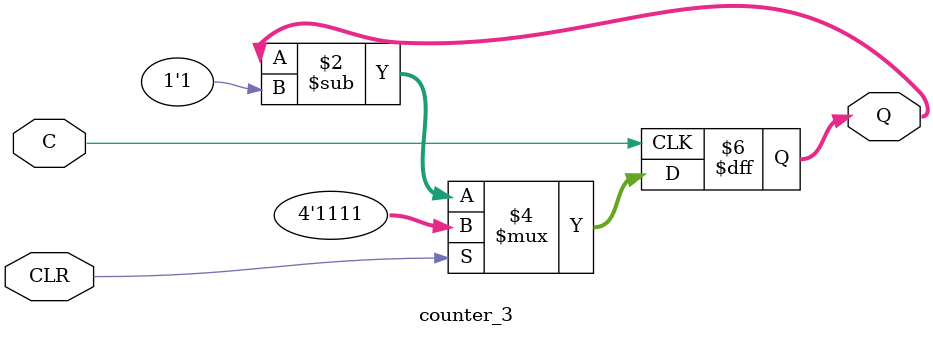
<source format=v>
`timescale 1ns / 1ps
module counter_3(input C, CLR, output reg [3:0] Q);
always @(posedge C)
begin
if (CLR)
Q <= 4'b1111;
else
Q <= Q - 1'b1;
end
endmodule


</source>
